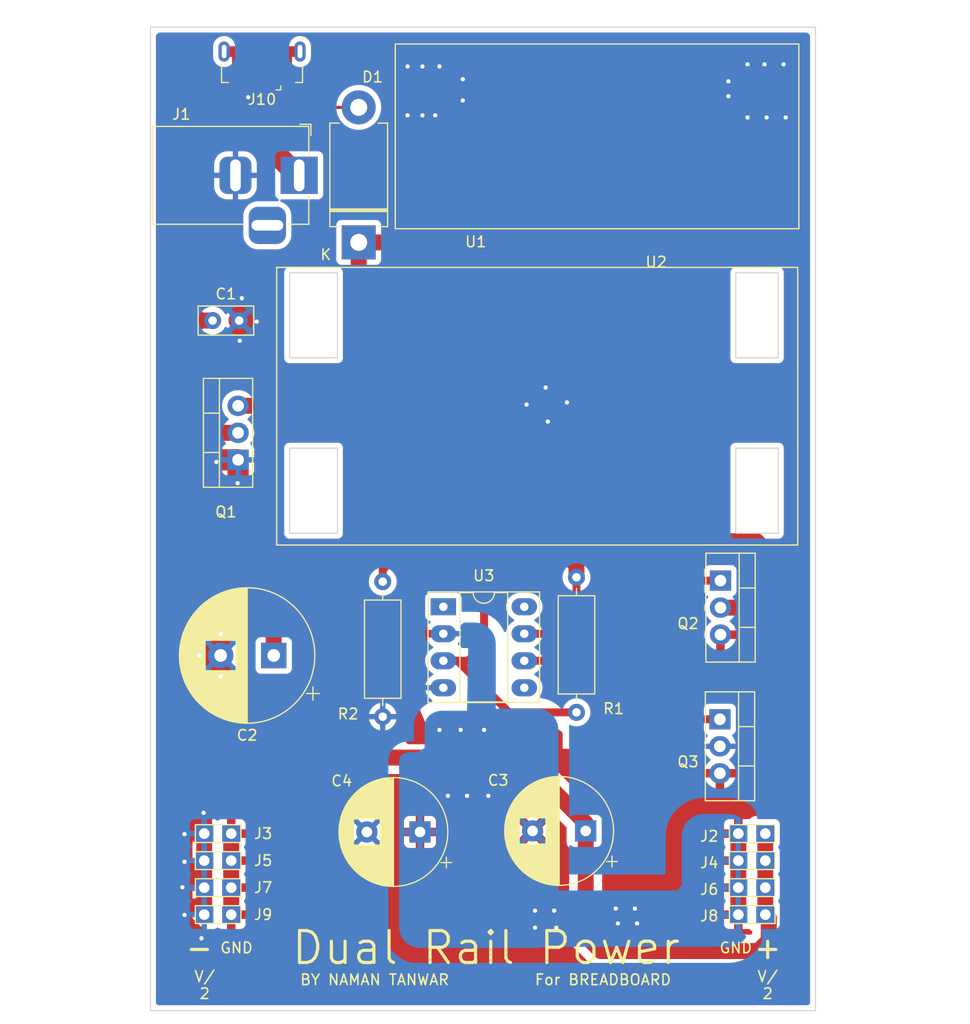
<source format=kicad_pcb>
(kicad_pcb (version 20211014) (generator pcbnew)
  (layers (0 "F.Cu" signal) (31 "B.Cu" signal) (34 "B.Paste" user) (35 "F.Paste" user) (36 "B.SilkS" user "B.Silkscreen") (37 "F.SilkS" user "F.Silkscreen") (38 "B.Mask" user) (39 "F.Mask" user) (44 "Edge.Cuts" user))
  (net 0 "")
  (net 1 "Net-(C1-Pad1)")
  (net 2 "OUT-")
  (net 3 "Net-(C2-Pad1)")
  (net 4 "Input")
  (net 5 "MID_GND")
  (net 6 "Net-(Q2-Pad1)")
  (net 7 "Net-(R1-Pad2)")
  (net 11 "5V")
  (net 15 "unconnected-(J10-Pad6)")
  (footprint "Naman_footprints:custom_PinHeader_1x02_P2.54mm_Vertical" (layer "F.Cu") (at 139.458 123.2916 90)
    (fp_text reference "J5" (at 0 5.542 180) (layer "F.SilkS"))
    (fp_text value "Conn_01x02_Male")
    (pad "1" thru_hole rect (at 0 0 90) (size 1.7 1.7) (drill 1) (layers *.Cu *.Mask) (net 2 "OUT-"))
    (pad "2" thru_hole rect (at 0 2.54 90) (size 1.7 1.7) (drill 1) (layers *.Cu *.Mask) (net 5 "MID_GND"))
  )
  (footprint "Connector_USB:USB_Micro-B_GCT_USB3076-30-A" (layer "F.Cu") (at 144.9 48.4 180)
    (fp_text reference "J10" (at 0 -3.3 180) (layer "F.SilkS"))
    (fp_text value "USB_B_Micro")
    (pad "1" smd rect (at -1.3 -1.45 180) (size 0.4 1.4) (layers "F.Cu" "F.Paste" "F.Mask") (net 11 "5V"))
    (pad "2" smd rect (at -0.65 -1.45 180) (size 0.4 1.4) (layers "F.Cu" "F.Paste" "F.Mask"))
    (pad "3" smd rect (at 0 -1.45 180) (size 0.4 1.4) (layers "F.Cu" "F.Paste" "F.Mask"))
    (pad "4" smd rect (at 0.65 -1.45 180) (size 0.4 1.4) (layers "F.Cu" "F.Paste" "F.Mask"))
    (pad "5" smd rect (at 1.3 -1.45 180) (size 0.4 1.4) (layers "F.Cu" "F.Paste" "F.Mask") (net 2 "OUT-"))
    (pad "6" smd rect (at -1.125 1.2 180) (size 1.75 1.9) (layers "F.Cu" "F.Paste" "F.Mask") (net 15 "unconnected-(J10-Pad6)"))
    (pad "6" thru_hole oval (at 3.575 1.2 180) (size 1.05 1.9) (drill oval 0.45 1.25) (layers *.Cu *.Mask) (net 15 "unconnected-(J10-Pad6)"))
    (pad "6" thru_hole oval (at -3.575 1.2) (size 1.05 1.9) (drill oval 0.45 1.25) (layers *.Cu *.Mask) (net 15 "unconnected-(J10-Pad6)"))
    (pad "6" smd rect (at 2.32 -1.03 180) (size 1.15 1.45) (layers "F.Cu" "F.Paste" "F.Mask") (net 15 "unconnected-(J10-Pad6)"))
    (pad "6" smd rect (at 1.125 1.2 180) (size 1.75 1.9) (layers "F.Cu" "F.Paste" "F.Mask") (net 15 "unconnected-(J10-Pad6)"))
    (pad "6" smd rect (at -2.32 -1.03 180) (size 1.15 1.45) (layers "F.Cu" "F.Paste" "F.Mask") (net 15 "unconnected-(J10-Pad6)"))
  )
  (footprint "Naman_footprints:custom_PinHeader_1x02_P2.54mm_Vertical" (layer "F.Cu") (at 189.738 128.3716 90)
    (fp_text reference "J8" (at -0.1284 -2.738 180) (layer "F.SilkS"))
    (fp_text value "Conn_01x02_Male")
    (pad "1" thru_hole rect (at 0 0 90) (size 1.7 1.7) (drill 1) (layers *.Cu *.Mask) (net 5 "MID_GND"))
    (pad "2" thru_hole rect (at 0 2.54 90) (size 1.7 1.7) (drill 1) (layers *.Cu *.Mask) (net 4 "Input"))
  )
  (footprint "Naman_footprints:custom_PinHeader_1x02_P2.54mm_Vertical" (layer "F.Cu") (at 189.738 125.8316 90)
    (fp_text reference "J6" (at -0.1684 -2.738 180) (layer "F.SilkS"))
    (fp_text value "Conn_01x02_Male")
    (pad "1" thru_hole rect (at 0 0 90) (size 1.7 1.7) (drill 1) (layers *.Cu *.Mask) (net 5 "MID_GND"))
    (pad "2" thru_hole rect (at 0 2.54 90) (size 1.7 1.7) (drill 1) (layers *.Cu *.Mask) (net 4 "Input"))
  )
  (footprint "Naman_footprints:Voltage_disp_2wire" (layer "F.Cu") (at 166.7002 80.4418)
    (fp_text reference "U2" (at 15.2998 -13.4418 unlocked) (layer "F.SilkS"))
    (fp_text value "Voltage_Display")
    (pad "1" smd roundrect (at 0 0) (size 2.286 1.524) (layers "F.Cu" "F.Paste" "F.Mask") (net 4 "Input"))
    (pad "2" smd roundrect (at 5.0038 0) (size 2.286 1.524) (layers "F.Cu" "F.Paste" "F.Mask") (net 2 "OUT-"))
  )
  (footprint "Naman_footprints:MT3608 boost" (layer "F.Cu") (at 160.2329 54.8498 -90)
    (fp_text reference "U1" (at 10.247 -4.7886 unlocked) (layer "F.SilkS"))
    (fp_text value "Boost_Convertor")
    (pad "1" smd roundrect (at -3.937 0 270) (size 3 5) (layers "F.Cu" "F.Paste" "F.Mask") (net 2 "OUT-"))
    (pad "2" smd roundrect (at 3.937 0 270) (size 3 5) (layers "F.Cu" "F.Paste" "F.Mask") (net 3 "Net-(C2-Pad1)"))
    (pad "3" smd roundrect (at -3.937 -32.211 270) (size 3 5) (layers "F.Cu" "F.Paste" "F.Mask") (net 2 "OUT-"))
    (pad "4" smd roundrect (at 3.937 -32.211 270) (size 3 5) (layers "F.Cu" "F.Paste" "F.Mask") (net 4 "Input"))
  )
  (footprint "Capacitor_THT:C_Disc_D5.0mm_W2.5mm_P2.50mm" (layer "F.Cu") (at 140.25 72.5)
    (fp_text reference "C1" (at 1.25 -2.5) (layer "F.SilkS"))
    (fp_text value "0.01u")
    (pad "1" thru_hole circle (at 0 0) (size 1.6 1.6) (drill 0.8) (layers *.Cu *.Mask) (net 1 "Net-(C1-Pad1)"))
    (pad "2" thru_hole circle (at 2.5 0) (size 1.6 1.6) (drill 0.8) (layers *.Cu *.Mask) (net 2 "OUT-"))
  )
  (footprint "Capacitor_THT:CP_Radial_D10.0mm_P5.00mm" (layer "F.Cu") (at 175.367677 120.5 180)
    (fp_text reference "C3" (at 8.2352 4.7584) (layer "F.SilkS"))
    (fp_text value "470u")
    (pad "1" thru_hole rect (at 0 0 180) (size 2 2) (drill 1) (layers *.Cu *.Mask) (net 4 "Input"))
    (pad "2" thru_hole circle (at 5 0 180) (size 2 2) (drill 1) (layers *.Cu *.Mask) (net 5 "MID_GND"))
  )
  (footprint "Diode_THT:D_DO-201AD_P12.70mm_Horizontal" (layer "F.Cu") (at 154 65.15 90)
    (fp_text reference "D1" (at 15.55 1.3 180) (layer "F.SilkS"))
    (fp_text value "1N5820")
    (fp_text user "K" (at -1.15 -3.1 180) (layer "F.SilkS"))
    (pad "1" thru_hole rect (at 0 0 90) (size 3.2 3.2) (drill 1.6) (layers *.Cu *.Mask) (net 3 "Net-(C2-Pad1)"))
    (pad "2" thru_hole oval (at 12.7 0 90) (size 3.2 3.2) (drill 1.6) (layers *.Cu *.Mask) (net 11 "5V"))
  )
  (footprint "Package_TO_SOT_THT:TO-220-3_Vertical" (layer "F.Cu") (at 188.055 96.96 -90)
    (fp_text reference "Q2" (at 4.04 3.055 180) (layer "F.SilkS"))
    (fp_text value "TIP41")
    (pad "1" thru_hole rect (at 0 0 270) (size 1.905 2) (drill 1.1) (layers *.Cu *.Mask) (net 6 "Net-(Q2-Pad1)"))
    (pad "2" thru_hole oval (at 2.54 0 270) (size 1.905 2) (drill 1.1) (layers *.Cu *.Mask) (net 4 "Input"))
    (pad "3" thru_hole oval (at 5.08 0 270) (size 1.905 2) (drill 1.1) (layers *.Cu *.Mask) (net 5 "MID_GND"))
  )
  (footprint "Capacitor_THT:CP_Radial_D12.5mm_P5.00mm" (layer "F.Cu") (at 146 104 180)
    (fp_text reference "C2" (at 2.5 -7.5) (layer "F.SilkS"))
    (fp_text value "1000uF")
    (pad "1" thru_hole rect (at 0 0 180) (size 2.4 2.4) (drill 1.2) (layers *.Cu *.Mask) (net 3 "Net-(C2-Pad1)"))
    (pad "2" thru_hole circle (at 5 0 180) (size 2.4 2.4) (drill 1.2) (layers *.Cu *.Mask) (net 2 "OUT-"))
  )
  (footprint "Naman_footprints:custom_PinHeader_1x02_P2.54mm_Vertical" (layer "F.Cu") (at 189.738 120.7516 90)
    (fp_text reference "J2" (at -0.2484 -2.738 180) (layer "F.SilkS"))
    (fp_text value "Conn_01x02_Male")
    (pad "1" thru_hole rect (at 0 0 90) (size 1.7 1.7) (drill 1) (layers *.Cu *.Mask) (net 5 "MID_GND"))
    (pad "2" thru_hole rect (at 0 2.54 90) (size 1.7 1.7) (drill 1) (layers *.Cu *.Mask) (net 4 "Input"))
  )
  (footprint "Naman_footprints:custom_PinHeader_1x02_P2.54mm_Vertical" (layer "F.Cu") (at 139.458 128.3716 90)
    (fp_text reference "J9" (at 0 5.542 180) (layer "F.SilkS"))
    (fp_text value "Conn_01x02_Male")
    (pad "1" thru_hole rect (at 0 0 90) (size 1.7 1.7) (drill 1) (layers *.Cu *.Mask) (net 2 "OUT-"))
    (pad "2" thru_hole rect (at 0 2.54 90) (size 1.7 1.7) (drill 1) (layers *.Cu *.Mask) (net 5 "MID_GND"))
  )
  (footprint "Package_DIP:DIP-8_W7.62mm_Socket_LongPads" (layer "F.Cu") (at 161.9666 99.416)
    (fp_text reference "U3" (at 3.81 -2.916) (layer "F.SilkS"))
    (fp_text value "LM741")
    (pad "1" thru_hole rect (at 0 0) (size 2.4 1.6) (drill 0.8) (layers *.Cu *.Mask))
    (pad "2" thru_hole oval (at 0 2.54) (size 2.4 1.6) (drill 0.8) (layers *.Cu *.Mask) (net 5 "MID_GND"))
    (pad "3" thru_hole oval (at 0 5.08) (size 2.4 1.6) (drill 0.8) (layers *.Cu *.Mask) (net 7 "Net-(R1-Pad2)"))
    (pad "4" thru_hole oval (at 0 7.62) (size 2.4 1.6) (drill 0.8) (layers *.Cu *.Mask) (net 2 "OUT-"))
    (pad "5" thru_hole oval (at 7.62 7.62) (size 2.4 1.6) (drill 0.8) (layers *.Cu *.Mask))
    (pad "6" thru_hole oval (at 7.62 5.08) (size 2.4 1.6) (drill 0.8) (layers *.Cu *.Mask) (net 6 "Net-(Q2-Pad1)"))
    (pad "7" thru_hole oval (at 7.62 2.54) (size 2.4 1.6) (drill 0.8) (layers *.Cu *.Mask) (net 4 "Input"))
    (pad "8" thru_hole oval (at 7.62 0) (size 2.4 1.6) (drill 0.8) (layers *.Cu *.Mask))
  )
  (footprint "Naman_footprints:custom_PinHeader_1x02_P2.54mm_Vertical" (layer "F.Cu") (at 189.738 123.2916 90)
    (fp_text reference "J4" (at -0.2084 -2.738 180) (layer "F.SilkS"))
    (fp_text value "Conn_01x02_Male")
    (pad "1" thru_hole rect (at 0 0 90) (size 1.7 1.7) (drill 1) (layers *.Cu *.Mask) (net 5 "MID_GND"))
    (pad "2" thru_hole rect (at 0 2.54 90) (size 1.7 1.7) (drill 1) (layers *.Cu *.Mask) (net 4 "Input"))
  )
  (footprint "Naman_footprints:custom_PinHeader_1x02_P2.54mm_Vertical" (layer "F.Cu") (at 139.458 120.7516 90)
    (fp_text reference "J3" (at 0 5.542 180) (layer "F.SilkS"))
    (fp_text value "Conn_01x02_Male")
    (pad "1" thru_hole rect (at 0 0 90) (size 1.7 1.7) (drill 1) (layers *.Cu *.Mask) (net 2 "OUT-"))
    (pad "2" thru_hole rect (at 0 2.54 90) (size 1.7 1.7) (drill 1) (layers *.Cu *.Mask) (net 5 "MID_GND"))
  )
  (footprint "Package_TO_SOT_THT:TO-220-3_Vertical" (layer "F.Cu") (at 188 110 -90)
    (fp_text reference "Q3" (at 4 3 180) (layer "F.SilkS"))
    (fp_text value "TIP42")
    (pad "1" thru_hole rect (at 0 0 270) (size 1.905 2) (drill 1.1) (layers *.Cu *.Mask) (net 6 "Net-(Q2-Pad1)"))
    (pad "2" thru_hole oval (at 2.54 0 270) (size 1.905 2) (drill 1.1) (layers *.Cu *.Mask) (net 2 "OUT-"))
    (pad "3" thru_hole oval (at 5.08 0 270) (size 1.905 2) (drill 1.1) (layers *.Cu *.Mask) (net 5 "MID_GND"))
  )
  (footprint "Capacitor_THT:CP_Radial_D10.0mm_P5.00mm" (layer "F.Cu") (at 159.767677 120.6 180)
    (fp_text reference "C4" (at 7.367677 4.8) (layer "F.SilkS"))
    (fp_text value "470u")
    (pad "1" thru_hole rect (at 0 0 180) (size 2 2) (drill 1) (layers *.Cu *.Mask) (net 5 "MID_GND"))
    (pad "2" thru_hole circle (at 5 0 180) (size 2 2) (drill 1) (layers *.Cu *.Mask) (net 2 "OUT-"))
  )
  (footprint "Resistor_THT:R_Axial_DIN0309_L9.0mm_D3.2mm_P12.70mm_Horizontal" (layer "F.Cu") (at 156.2628 97.0564 -90)
    (fp_text reference "R2" (at 12.4436 3.2628 180) (layer "F.SilkS"))
    (fp_text value "100k")
    (pad "1" thru_hole circle (at 0 0 270) (size 1.6 1.6) (drill 0.8) (layers *.Cu *.Mask) (net 7 "Net-(R1-Pad2)"))
    (pad "2" thru_hole oval (at 12.7 0 270) (size 1.6 1.6) (drill 0.8) (layers *.Cu *.Mask) (net 2 "OUT-"))
  )
  (footprint "Package_TO_SOT_THT:TO-220-3_Vertical" (layer "F.Cu") (at 142.6464 85.598 90)
    (fp_text reference "Q1" (at -4.902 -1.1464 180) (layer "F.SilkS"))
    (fp_text value "IRF9540N")
    (pad "1" thru_hole rect (at 0 0 90) (size 1.905 2) (drill 1.1) (layers *.Cu *.Mask) (net 2 "OUT-"))
    (pad "2" thru_hole oval (at 2.54 0 90) (size 1.905 2) (drill 1.1) (layers *.Cu *.Mask) (net 1 "Net-(C1-Pad1)"))
    (pad "3" thru_hole oval (at 5.08 0 90) (size 1.905 2) (drill 1.1) (layers *.Cu *.Mask) (net 3 "Net-(C2-Pad1)"))
  )
  (footprint "Resistor_THT:R_Axial_DIN0309_L9.0mm_D3.2mm_P12.70mm_Horizontal" (layer "F.Cu") (at 174.5 96.65 -90)
    (fp_text reference "R1" (at 12.35 -3.5 180) (layer "F.SilkS"))
    (fp_text value "100k")
    (pad "1" thru_hole circle (at 0 0 270) (size 1.6 1.6) (drill 0.8) (layers *.Cu *.Mask) (net 4 "Input"))
    (pad "2" thru_hole oval (at 12.7 0 270) (size 1.6 1.6) (drill 0.8) (layers *.Cu *.Mask) (net 7 "Net-(R1-Pad2)"))
  )
  (footprint "Naman_footprints:custom_PinHeader_1x02_P2.54mm_Vertical" (layer "F.Cu") (at 139.458 125.8316 90)
    (fp_text reference "J7" (at 0 5.542 180) (layer "F.SilkS"))
    (fp_text value "Conn_01x02_Male")
    (pad "1" thru_hole rect (at 0 0 90) (size 1.7 1.7) (drill 1) (layers *.Cu *.Mask) (net 2 "OUT-"))
    (pad "2" thru_hole rect (at 0 2.54 90) (size 1.7 1.7) (drill 1) (layers *.Cu *.Mask) (net 5 "MID_GND"))
  )
  (footprint "Connector_BarrelJack:BarrelJack_Horizontal" (layer "F.Cu") (at 148.4 58.8425)
    (fp_text reference "J1" (at -11.1 -5.7425 180) (layer "F.SilkS"))
    (fp_text value "Jack-DC")
    (pad "1" thru_hole rect (at 0 0) (size 3.5 3.5) (drill oval 1 3) (layers *.Cu *.Mask) (net 1 "Net-(C1-Pad1)"))
    (pad "2" thru_hole roundrect (at -6 0) (size 3 3.5) (drill oval 1 3) (layers *.Cu *.Mask) (net 2 "OUT-"))
    (pad "3" thru_hole roundrect (at -3 4.7) (size 3.5 3.5) (drill oval 3 1) (layers *.Cu *.Mask))
  )
  (gr_rect (start 134.4 44.9) (end 197 137.4) (layer "Edge.Cuts") (width 0.1) (fill none))
  (gr_rect (start 152 92.5) (end 147.5 84.5) (layer "Edge.Cuts") (width 0.1) (fill none))
  (gr_rect (start 193.5 76) (end 189.5 68) (layer "Edge.Cuts") (width 0.1) (fill none))
  (gr_rect (start 152 76) (end 147.5 68) (layer "Edge.Cuts") (width 0.1) (fill none))
  (gr_rect (start 193.5 92.5) (end 189.5 84.5) (layer "Edge.Cuts") (width 0.1) (fill none))
  (gr_text "-" (at 139 131.5) (layer "F.SilkS") (effects (font (size 2 2) (thickness 0.3))))
  (gr_text "For BREADBOARD" (at 177 134.5) (layer "F.SilkS") (effects (font (size 1 1))))
  (gr_text "Dual Rail Power" (at 166 131.5) (layer "F.SilkS") (effects (font (size 3 3) (thickness 0.3))))
  (gr_text "V/\n2" (at 139.5 135) (layer "F.SilkS") (effects (font (size 1 1))))
  (gr_text "BY NAMAN TANWAR" (at 155.5 134.5) (layer "F.SilkS") (effects (font (size 1 1))))
  (gr_text "+" (at 192.5 131.5) (layer "F.SilkS") (effects (font (size 2 2) (thickness 0.3))))
  (gr_text "V/\n2" (at 192.5 135) (layer "F.SilkS") (effects (font (size 1 1))))
  (gr_text "GND" (at 189.5 131.5) (layer "F.SilkS") (effects (font (size 1 1))))
  (gr_text "GND" (at 142.5 131.5) (layer "F.SilkS") (effects (font (size 1 1))))
  (segment (start 137.4 81.8) (end 137.4 73.8) (width 1.5) (layer "F.Cu") (net 1))
  (segment (start 143.6 54.2) (end 139.8 54.2) (width 2) (layer "F.Cu") (net 1))
  (segment (start 139.8 54.2) (end 137.8 56.2) (width 2) (layer "F.Cu") (net 1))
  (segment (start 137.8 56.2) (end 137.8 71.6) (width 2) (layer "F.Cu") (net 1))
  (segment (start 138.658 83.058) (end 137.4 81.8) (width 1.5) (layer "F.Cu") (net 1))
  (segment (start 140.25 72.5) (end 138.7 72.5) (width 1.5) (layer "F.Cu") (net 1))
  (segment (start 148.2425 58.8425) (end 143.6 54.2) (width 2) (layer "F.Cu") (net 1))
  (segment (start 137.8 71.6) (end 138.7 72.5) (width 2) (layer "F.Cu") (net 1))
  (segment (start 137.4 73.8) (end 138.7 72.5) (width 1.5) (layer "F.Cu") (net 1))
  (segment (start 148.4 58.8425) (end 148.2425 58.8425) (width 2) (layer "F.Cu") (net 1))
  (segment (start 142.6464 83.058) (end 138.658 83.058) (width 1.5) (layer "F.Cu") (net 1))
  (segment (start 192.2 50.6689) (end 192.4439 50.9128) (width 2) (layer "F.Cu") (net 2))
  (segment (start 139.458 118.858) (end 139.4 118.8) (width 1.5) (layer "F.Cu") (net 2))
  (segment (start 161.3457 49.8) (end 160.2329 50.9128) (width 2) (layer "F.Cu") (net 2))
  (segment (start 191.9567 51.4) (end 192.4439 50.9128) (width 2) (layer "F.Cu") (net 2))
  (segment (start 160 48.6) (end 160 50.6799) (width 2) (layer "F.Cu") (net 2))
  (segment (start 137.6 127.6) (end 137.6 129) (width 1.5) (layer "F.Cu") (net 2))
  (segment (start 139.0264 125.4) (end 139.458 125.8316) (width 1.5) (layer "F.Cu") (net 2))
  (segment (start 161.6 49.5457) (end 160.2329 50.9128) (width 2) (layer "F.Cu") (net 2))
  (segment (start 139.458 120.7516) (end 139.458 128.3716) (width 1.5) (layer "F.Cu") (net 2))
  (segment (start 194 48.4) (end 194 49.3567) (width 2) (layer "F.Cu") (net 2))
  (segment (start 142.6464 85.598) (end 140.802 85.598) (width 2) (layer "F.Cu") (net 2))
  (segment (start 171.6622 80.4) (end 171.704 80.4418) (width 2) (layer "F.Cu") (net 2))
  (segment (start 142.8 74.4) (end 142.8 74.2) (width 2) (layer "F.Cu") (net 2))
  (segment (start 141 102) (end 141 104) (width 2) (layer "F.Cu") (net 2))
  (segment (start 194 49.3567) (end 192.4439 50.9128) (width 2) (layer "F.Cu") (net 2))
  (segment (start 192.4 50.9567) (end 192.4439 50.9128) (width 2) (layer "F.Cu") (net 2))
  (segment (start 190.6 53.4) (end 190.6 52.7567) (width 2) (layer "F.Cu") (net 2))
  (segment (start 171.9458 80.2) (end 171.704 80.4418) (width 2) (layer "F.Cu") (net 2))
  (segment (start 158.6 53.2) (end 158.6 52.5457) (width 2) (layer "F.Cu") (net 2))
  (segment (start 161.2 51.8799) (end 160.2329 50.9128) (width 2) (layer "F.Cu") (net 2))
  (segment (start 144.3 72.5) (end 144.4 72.6) (width 2) (layer "F.Cu") (net 2))
  (segment (start 142.6464 85.598) (end 142.6464 87.7536) (width 2) (layer "F.Cu") (net 2))
  (segment (start 173.6 80.2) (end 171.9458 80.2) (width 2) (layer "F.Cu") (net 2))
  (segment (start 137.6 125.4) (end 137.6 127.6) (width 1.5) (layer "F.Cu") (net 2))
  (segment (start 171.8 80.5378) (end 171.704 80.4418) (width 2) (layer "F.Cu") (net 2))
  (segment (start 142.8 74.2) (end 144.4 72.6) (width 2) (layer "F.Cu") (net 2))
  (segment (start 158.6 52.5457) (end 160.2329 50.9128) (width 2) (layer "F.Cu") (net 2))
  (segment (start 137.6 120.8) (end 139.458 118.942) (width 1.5) (layer "F.Cu") (net 2))
  (segment (start 163.8 51.8) (end 161.1201 51.8) (width 2) (layer "F.Cu") (net 2))
  (segment (start 163.8 49.8) (end 161.3457 49.8) (width 2) (layer "F.Cu") (net 2))
  (segment (start 137.6 124) (end 137.6 125.4) (width 1.5) (layer "F.Cu") (net 2))
  (segment (start 137.6 129) (end 139.2 130.6) (width 1.5) (layer "F.Cu") (net 2))
  (segment (start 141 106) (end 141 104) (width 2) (layer "F.Cu") (net 2))
  (segment (start 194.2 52.6689) (end 192.4439 50.9128) (width 2) (layer "F.Cu") (net 2))
  (segment (start 190.6 49.0689) (end 192.4439 50.9128) (width 2) (layer "F.Cu") (net 2))
  (segment (start 169.8 80.4) (end 171.6622 80.4) (width 2) (layer "F.Cu") (net 2))
  (segment (start 143 71.2) (end 144.4 72.6) (width 2) (layer "F.Cu") (net 2))
  (segment (start 139.458 120.7516) (end 139.458 118.858) (width 1.5) (layer "F.Cu") (net 2))
  (segment (start 160 53.2) (end 160 51.1457) (width 2) (layer "F.Cu") (net 2))
  (segment (start 171.6 78.8) (end 171.6 80.3378) (width 2) (layer "F.Cu") (net 2))
  (segment (start 160 51.1457) (end 160.2329 50.9128) (width 2) (layer "F.Cu") (net 2))
  (segment (start 137.6484 120.7516) (end 137.6 120.8) (width 1.5) (layer "F.Cu") (net 2))
  (segment (start 190.6 48.4) (end 190.6 49.0689) (width 2) (layer "F.Cu") (net 2))
  (segment (start 192.4 53.4) (end 192.4 50.9567) (width 2) (layer "F.Cu") (net 2))
  (segment (start 137.6 120.8) (end 137.6 124) (width 1.5) (layer "F.Cu") (net 2))
  (segment (start 192.2 48.4) (end 192.2 50.6689) (width 2) (layer "F.Cu") (net 2))
  (segment (start 142.75 72.5) (end 144.3 72.5) (width 2) (layer "F.Cu") (net 2))
  (segment (start 142.6464 87.7536) (end 142.6 87.8) (width 2) (layer "F.Cu") (net 2))
  (segment (start 190.6 52.7567) (end 192.4439 50.9128) (width 2) (layer "F.Cu") (net 2))
  (segment (start 137.6 124) (end 138.7496 124) (width 1.5) (layer "F.Cu") (net 2))
  (segment (start 137.6 125.4) (end 139.0264 125.4) (width 1.5) (layer "F.Cu") (net 2))
  (segment (start 139 104) (end 141 104) (width 2) (layer "F.Cu") (net 2))
  (segment (start 143 70.4) (end 143 71.2) (width 2) (layer "F.Cu") (net 2))
  (segment (start 138.7496 124) (end 139.458 123.2916) (width 1.5) (layer "F.Cu") (net 2))
  (segment (start 139.458 118.942) (end 139.458 118.858) (width 1.5) (layer "F.Cu") (net 2))
  (segment (start 160 50.6799) (end 160.2329 50.9128) (width 2) (layer "F.Cu") (net 2))
  (segment (start 158.6 49.2799) (end 160.2329 50.9128) (width 2) (layer "F.Cu") (net 2))
  (segment (start 140.802 85.598) (end 140.6 85.8) (width 2) (layer "F.Cu") (net 2))
  (segment (start 191.5311 50) (end 192.4439 50.9128) (width 2) (layer "F.Cu") (net 2))
  (segment (start 188.8 51.4) (end 191.9567 51.4) (width 2) (layer "F.Cu") (net 2))
  (segment (start 161.2 53.2) (end 161.2 51.8799) (width 2) (layer "F.Cu") (net 2))
  (segment (start 138.6864 127.6) (end 139.458 128.3716) (width 1.5) (layer "F.Cu") (net 2))
  (segment (start 188.8 50) (end 191.5311 50) (width 2) (layer "F.Cu") (net 2))
  (segment (start 171.6 80.3378) (end 171.704 80.4418) (width 2) (layer "F.Cu") (net 2))
  (segment (start 161.1201 51.8) (end 160.2329 50.9128) (width 2) (layer "F.Cu") (net 2))
  (segment (start 161.6 48.6) (end 161.6 49.5457) (width 2) (layer "F.Cu") (net 2))
  (segment (start 137.6 127.6) (end 138.6864 127.6) (width 1.5) (layer "F.Cu") (net 2))
  (segment (start 143.6 49.85) (end 143.6 51.5) (width 0.3) (layer "F.Cu") (net 2))
  (segment (start 139.458 120.7516) (end 137.6484 120.7516) (width 1.5) (layer "F.Cu") (net 2))
  (segment (start 194.2 53.4) (end 194.2 52.6689) (width 2) (layer "F.Cu") (net 2))
  (segment (start 171.8 82) (end 171.8 80.5378) (width 2) (layer "F.Cu") (net 2))
  (segment (start 158.6 48.6) (end 158.6 49.2799) (width 2) (layer "F.Cu") (net 2))
  (via (at 137.6 120.8) (size 0.8) (drill 0.4) (layers "F.Cu" "B.Cu") (net 2))
  (via (at 141 106) (size 0.8) (drill 0.4) (layers "F.Cu" "B.Cu") (net 2))
  (via (at 139.2 130.6) (size 0.8) (drill 0.4) (layers "F.Cu" "B.Cu") (net 2))
  (via (at 139 104) (size 0.8) (drill 0.4) (layers "F.Cu" "B.Cu") (net 2))
  (via (at 137.6 128.4) (size 0.8) (drill 0.4) (layers "F.Cu" "B.Cu") (net 2))
  (via (at 140.6 85.8) (size 0.8) (drill 0.4) (layers "F.Cu" "B.Cu") (net 2))
  (via (at 171.6 78.8) (size 0.8) (drill 0.4) (layers "F.Cu" "B.Cu") (net 2))
  (via (at 190.6 53.4) (size 0.8) (drill 0.4) (layers "F.Cu" "B.Cu") (net 2))
  (via (at 194 48.4) (size 0.8) (drill 0.4) (layers "F.Cu" "B.Cu") (net 2))
  (via (at 194.2 53.4) (size 0.8) (drill 0.4) (layers "F.Cu" "B.Cu") (net 2))
  (via (at 143.6 51.5) (size 0.8) (drill 0.4) (layers "F.Cu" "B.Cu") (net 2))
  (via (at 137.6 123.4) (size 0.8) (drill 0.4) (layers "F.Cu" "B.Cu") (net 2))
  (via (at 144.4 72.6) (size 0.8) (drill 0.4) (layers "F.Cu" "B.Cu") (net 2))
  (via (at 192.4 53.4) (size 0.8) (drill 0.4) (layers "F.Cu" "B.Cu") (net 2))
  (via (at 161.2 53.2) (size 0.8) (drill 0.4) (layers "F.Cu" "B.Cu") (net 2))
  (via (at 160 53.2) (size 0.8) (drill 0.4) (layers "F.Cu" "B.Cu") (net 2))
  (via (at 192.2 48.4) (size 0.8) (drill 0.4) (layers "F.Cu" "B.Cu") (net 2))
  (via (at 190.6 48.4) (size 0.8) (drill 0.4) (layers "F.Cu" "B.Cu") (net 2))
  (via (at 188.8 50) (size 0.8) (drill 0.4) (layers "F.Cu" "B.Cu") (net 2))
  (via (at 169.8 80.4) (size 0.8) (drill 0.4) (layers "F.Cu" "B.Cu") (net 2))
  (via (at 143 70.4) (size 0.8) (drill 0.4) (layers "F.Cu" "B.Cu") (net 2))
  (via (at 158.6 48.6) (size 0.8) (drill 0.4) (layers "F.Cu" "B.Cu") (net 2))
  (via (at 139.4 118.8) (size 0.8) (drill 0.4) (layers "F.Cu" "B.Cu") (net 2))
  (via (at 161.6 48.6) (size 0.8) (drill 0.4) (layers "F.Cu" "B.Cu") (net 2))
  (via (at 163.8 51.8) (size 0.8) (drill 0.4) (layers "F.Cu" "B.Cu") (net 2))
  (via (at 142.8 74.4) (size 0.8) (drill 0.4) (layers "F.Cu" "B.Cu") (net 2))
  (via (at 171.8 82) (size 0.8) (drill 0.4) (layers "F.Cu" "B.Cu") (net 2))
  (via (at 160 48.6) (size 0.8) (drill 0.4) (layers "F.Cu" "B.Cu") (net 2))
  (via (at 173.6 80.2) (size 0.8) (drill 0.4) (layers "F.Cu" "B.Cu") (net 2))
  (via (at 142.6 87.8) (size 0.8) (drill 0.4) (layers "F.Cu" "B.Cu") (net 2))
  (via (at 137.4 125.8) (size 0.8) (drill 0.4) (layers "F.Cu" "B.Cu") (net 2))
  (via (at 141 102) (size 0.8) (drill 0.4) (layers "F.Cu" "B.Cu") (net 2))
  (via (at 163.8 49.8) (size 0.8) (drill 0.4) (layers "F.Cu" "B.Cu") (net 2))
  (via (at 188.8 51.4) (size 0.8) (drill 0.4) (layers "F.Cu" "B.Cu") (net 2))
  (via (at 158.6 53.2) (size 0.8) (drill 0.4) (layers "F.Cu" "B.Cu") (net 2))
  (segment (start 154 65.15) (end 156.65 65.15) (width 1.5) (layer "F.Cu") (net 3))
  (segment (start 154 77.8) (end 154 65.15) (width 1.5) (layer "F.Cu") (net 3))
  (segment (start 146 83.06066) (end 146 104) (width 1.5) (layer "F.Cu") (net 3))
  (segment (start 148.54266 80.518) (end 146 83.06066) (width 1.5) (layer "F.Cu") (net 3))
  (segment (start 148.54266 80.518) (end 142.6464 80.518) (width 1.5) (layer "F.Cu") (net 3))
  (segment (start 148.54266 80.518) (end 151.282 80.518) (width 1.5) (layer "F.Cu") (net 3))
  (segment (start 160.2329 61.5671) (end 160.2329 58.7868) (width 1.5) (layer "F.Cu") (net 3))
  (segment (start 151.282 80.518) (end 154 77.8) (width 1.5) (layer "F.Cu") (net 3))
  (segment (start 156.65 65.15) (end 160.2329 61.5671) (width 1.5) (layer "F.Cu") (net 3))
  (segment (start 191.6 131.8) (end 192.6 130.8) (width 1.5) (layer "F.Cu") (net 4))
  (segment (start 176.4132 58.7868) (end 192.4439 58.7868) (width 1.5) (layer "F.Cu") (net 4))
  (segment (start 192.278 120.7516) (end 192.278 128.3716) (width 1.5) (layer "F.Cu") (net 4))
  (segment (start 160.2 88.2) (end 167.2 88.2) (width 1.5) (layer "F.Cu") (net 4))
  (segment (start 154.2 113.2) (end 154.2 94.2) (width 1.5) (layer "F.Cu") (net 4))
  (segment (start 192.6 128.6936) (end 192.278 128.3716) (width 1.5) (layer "F.Cu") (net 4))
  (segment (start 175.367677 130.367677) (end 176.8 131.8) (width 1.5) (layer "F.Cu") (net 4))
  (segment (start 191.45 93.25) (end 172.25 93.25) (width 1.5) (layer "F.Cu") (net 4))
  (segment (start 171.844 101.956) (end 174.5 99.3) (width 0.75) (layer "F.Cu") (net 4))
  (segment (start 154.2 94.2) (end 160.2 88.2) (width 1.5) (layer "F.Cu") (net 4))
  (segment (start 189.7 99.5) (end 191.6 97.6) (width 1.5) (layer "F.Cu") (net 4))
  (segment (start 169.5866 101.956) (end 171.844 101.956) (width 0.75) (layer "F.Cu") (net 4))
  (segment (start 174.5 95.5) (end 174.5 96.65) (width 1.5) (layer "F.Cu") (net 4))
  (segment (start 192.6 130.8) (end 192.6 128.6936) (width 1.5) (layer "F.Cu") (net 4))
  (segment (start 166.7002 80.4418) (end 166.7002 87.7002) (width 1.5) (layer "F.Cu") (net 4))
  (segment (start 170.2 91.2) (end 174.5 95.5) (width 1.5) (layer "F.Cu") (net 4))
  (segment (start 191.6 97.6) (end 191.6 93.4) (width 1.5) (layer "F.Cu") (net 4))
  (segment (start 175.367677 120.5) (end 175.367677 130.367677) (width 1.5) (layer "F.Cu") (net 4))
  (segment (start 175.367677 119.767677) (end 169.2 113.6) (width 1.5) (layer "F.Cu") (net 4))
  (segment (start 166.2 79.9416) (end 166.7002 80.4418) (width 1.5) (layer "F.Cu") (net 4))
  (segment (start 166.7002 87.7002) (end 167.2 88.2) (width 1.5) (layer "F.Cu") (net 4))
  (segment (start 188.055 99.5) (end 189.7 99.5) (width 1.5) (layer "F.Cu") (net 4))
  (segment (start 176.8 131.8) (end 191.6 131.8) (width 1.5) (layer "F.Cu") (net 4))
  (segment (start 175.367677 120.5) (end 175.367677 119.767677) (width 1.5) (layer "F.Cu") (net 4))
  (segment (start 174.5 99.3) (end 174.5 96.65) (width 0.75) (layer "F.Cu") (net 4))
  (segment (start 167.2 88.2) (end 170.2 91.2) (width 1.5) (layer "F.Cu") (net 4))
  (segment (start 169.2 113.6) (end 154.6 113.6) (width 1.5) (layer "F.Cu") (net 4))
  (segment (start 191.6 93.4) (end 191.45 93.25) (width 1.5) (layer "F.Cu") (net 4))
  (segment (start 166.2 69) (end 166.2 79.9416) (width 1.5) (layer "F.Cu") (net 4))
  (segment (start 166.2 69) (end 176.4132 58.7868) (width 1.5) (layer "F.Cu") (net 4))
  (segment (start 172.25 93.25) (end 170.2 91.2) (width 1.5) (layer "F.Cu") (net 4))
  (segment (start 154.6 113.6) (end 154.2 113.2) (width 1.5) (layer "F.Cu") (net 4))
  (segment (start 170.267677 120.6) (end 170.367677 120.5) (width 1.5) (layer "F.Cu") (net 5))
  (segment (start 189.738 120.7516) (end 189.738 128.3716) (width 1.5) (layer "F.Cu") (net 5))
  (segment (start 141.998 120.7516) (end 141.998 128.3716) (width 1.5) (layer "F.Cu") (net 5))
  (via (at 164.2 117.2) (size 0.8) (drill 0.4) (layers "F.Cu" "B.Cu") (net 5))
  (via (at 172.4 128) (size 0.8) (drill 0.4) (layers "F.Cu" "B.Cu") (net 5))
  (via (at 163.6 111) (size 0.8) (drill 0.4) (layers "F.Cu" "B.Cu") (net 5))
  (via (at 172.6 129.6) (size 0.8) (drill 0.4) (layers "F.Cu" "B.Cu") (net 5))
  (via (at 165.8 111) (size 0.8) (drill 0.4) (layers "F.Cu" "B.Cu") (net 5))
  (via (at 170.6 128) (size 0.8) (drill 0.4) (layers "F.Cu" "B.Cu") (net 5))
  (via (at 170.6 129.6) (size 0.8) (drill 0.4) (layers "F.Cu" "B.Cu") (net 5))
  (via (at 178.4 129.2) (size 0.8) (drill 0.4) (layers "F.Cu" "B.Cu") (net 5))
  (via (at 166.2 117.2) (size 0.8) (drill 0.4) (layers "F.Cu" "B.Cu") (net 5))
  (via (at 178.2 127.8) (size 0.8) (drill 0.4) (layers "F.Cu" "B.Cu") (net 5))
  (via (at 180.2 129.2) (size 0.8) (drill 0.4) (layers "F.Cu" "B.Cu") (net 5))
  (via (at 161.6 111) (size 0.8) (drill 0.4) (layers "F.Cu" "B.Cu") (net 5))
  (via (at 162.4 117.2) (size 0.8) (drill 0.4) (layers "F.Cu" "B.Cu") (net 5))
  (via (at 180 127.8) (size 0.8) (drill 0.4) (layers "F.Cu" "B.Cu") (net 5))
  (segment (start 183.44 96.96) (end 179.696 100.704) (width 0.75) (layer "F.Cu") (net 6))
  (segment (start 185.2 110) (end 179.696 104.496) (width 0.75) (layer "F.Cu") (net 6))
  (segment (start 188 110) (end 185.2 110) (width 0.75) (layer "F.Cu") (net 6))
  (segment (start 179.696 103.304) (end 178.504 104.496) (width 0.75) (layer "F.Cu") (net 6))
  (segment (start 179.696 100.704) (end 179.696 103.304) (width 0.75) (layer "F.Cu") (net 6))
  (segment (start 178.504 104.496) (end 169.5866 104.496) (width 0.75) (layer "F.Cu") (net 6))
  (segment (start 188.055 96.96) (end 183.44 96.96) (width 0.75) (layer "F.Cu") (net 6))
  (segment (start 179.696 103.304) (end 179.696 104.496) (width 0.75) (layer "F.Cu") (net 6))
  (segment (start 168.15 109.35) (end 174.5 109.35) (width 0.75) (layer "F.Cu") (net 7))
  (segment (start 156.2628 95.9372) (end 156.8 95.4) (width 0.75) (layer "F.Cu") (net 7))
  (segment (start 165.8 103) (end 164.304 104.496) (width 0.75) (layer "F.Cu") (net 7))
  (segment (start 162.6 95.4) (end 165.8 98.6) (width 0.75) (layer "F.Cu") (net 7))
  (segment (start 156.2628 97.0564) (end 156.2628 95.9372) (width 0.75) (layer "F.Cu") (net 7))
  (segment (start 156.8 95.4) (end 162.6 95.4) (width 0.75) (layer "F.Cu") (net 7))
  (segment (start 165.8 98.6) (end 165.8 103) (width 0.75) (layer "F.Cu") (net 7))
  (segment (start 161.9666 104.496) (end 163.296 104.496) (width 0.75) (layer "F.Cu") (net 7))
  (segment (start 163.296 104.496) (end 168.15 109.35) (width 0.75) (layer "F.Cu") (net 7))
  (segment (start 164.304 104.496) (end 161.9666 104.496) (width 0.75) (layer "F.Cu") (net 7))
  (segment (start 146.2 51.6) (end 147.05 52.45) (width 0.3) (layer "F.Cu") (net 11))
  (segment (start 146.2 49.85) (end 146.2 51.6) (width 0.3) (layer "F.Cu") (net 11))
  (segment (start 154 52.45) (end 153.05 53.4) (width 0.3) (layer "F.Cu") (net 11))
  (segment (start 147.05 52.45) (end 154 52.45) (width 0.3) (layer "F.Cu") (net 11))
  (segment (start 142.58 49.43) (end 142.58 47.32) (width 1) (layer "F.Cu") (net 15))
  (segment (start 142.58 47.32) (end 142.7 47.2) (width 1) (layer "F.Cu") (net 15))
  (segment (start 147.1 47.2) (end 148.475 47.2) (width 1) (layer "F.Cu") (net 15))
  (segment (start 147.22 47.32) (end 147.1 47.2) (width 1) (layer "F.Cu") (net 15))
  (segment (start 147.22 49.43) (end 147.22 47.32) (width 1) (layer "F.Cu") (net 15))
  (segment (start 143.775 47.2) (end 146.025 47.2) (width 1) (layer "F.Cu") (net 15))
  (segment (start 146.025 47.2) (end 147.1 47.2) (width 1) (layer "F.Cu") (net 15))
  (segment (start 141.325 47.2) (end 142.7 47.2) (width 1) (layer "F.Cu") (net 15))
  (segment (start 142.7 47.2) (end 143.775 47.2) (width 1) (layer "F.Cu") (net 15))
  (zone (net 5) (net_name "MID_GND") (layer "F.Cu") (connect_pads (clearance 0.5)) (min_thickness 0.7) (fill yes (mode hatch) (thermal_gap 0.4) (thermal_bridge_width 0.708) (hatch_thickness 1.016) (hatch_gap 1.524) (hatch_orientation 0) (hatch_border_algorithm hatch_thickness) (hatch_min_hole_area 0.3))
    (polygon (pts (xy 163.6 103) (xy 160.8 103) (xy 159.8 103.4) (xy 159.8 109.2) (xy 160.4 110.6) (xy 172.2 110.6) (xy 173.2 111.2) (xy 173.2 113) (xy 158.4 113) (xy 158.4 101.8) (xy 159.4 101) (xy 163.6 101)))
  )
  (zone (net 5) (net_name "MID_GND") (layer "F.Cu") (connect_pads (clearance 0.8)) (min_thickness 0.254) (fill yes (thermal_gap 0.508) (thermal_bridge_width 0.8))
    (polygon (pts (xy 198.004466 104.75963) (xy 198.357812 138.150943) (xy 140.912513 138.664002) (xy 140.804466 114.15963) (xy 141.6 112.6) (xy 186.19931 112.837024) (xy 186.403776 101.196654) (xy 198.004466 101.15963)))
  )
  (zone (net 5) (net_name "MID_GND") (layer "B.Cu") (name "MID_GND") (priority 1) (connect_pads (clearance 1.5)) (min_thickness 0.254) (fill yes (thermal_gap 0.508) (thermal_bridge_width 0.508) (smoothing fillet) (radius 2))
    (polygon (pts (xy 190.8 131.4) (xy 157.9 131.4) (xy 160.6 126.1) (xy 168.4 126.1) (xy 184 126.1) (xy 184.4 125.6) (xy 184.4 120.2) (xy 185.6 118.9) (xy 190.8 118.9)))
  )
  (zone (net 5) (net_name "MID_GND") (layer "B.Cu") (priority 1) (connect_pads (clearance 1)) (min_thickness 0.254) (fill yes (thermal_gap 0.508) (thermal_bridge_width 0.508) (smoothing fillet) (radius 2))
    (polygon (pts (xy 166.9 109) (xy 172.8 109) (xy 172.8 131.5) (xy 157.8 131.5) (xy 157.8 113.1) (xy 159.5 113.1) (xy 160.2 112.7) (xy 160.2 110) (xy 161.2 109.2) (xy 164.2 109.2) (xy 164.3 103.3) (xy 160.6 103.3) (xy 160.6 100.9) (xy 166.9 100.9)))
  )
  (zone (net 2) (net_name "OUT-") (layer "B.Cu") (connect_pads (clearance 0.508)) (min_thickness 0.254) (fill yes (thermal_gap 0.508) (thermal_bridge_width 0.508) (smoothing fillet) (radius 2))
    (polygon (pts (xy 197 137.4) (xy 134.4 137.4) (xy 134.2 45) (xy 197 45)))
  )
)
</source>
